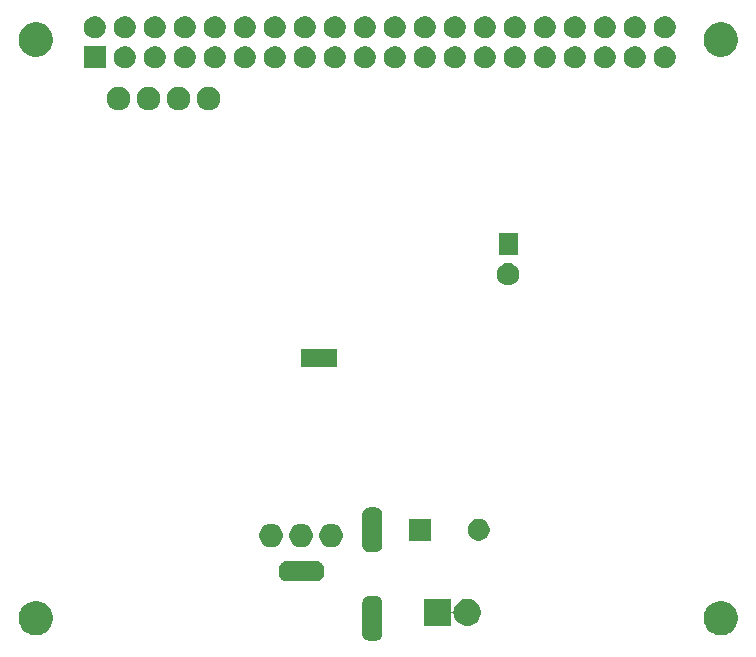
<source format=gbs>
G04 #@! TF.GenerationSoftware,KiCad,Pcbnew,(5.1.2-1)-1*
G04 #@! TF.CreationDate,2019-07-25T00:26:34-07:00*
G04 #@! TF.ProjectId,first_design,66697273-745f-4646-9573-69676e2e6b69,rev?*
G04 #@! TF.SameCoordinates,Original*
G04 #@! TF.FileFunction,Soldermask,Bot*
G04 #@! TF.FilePolarity,Negative*
%FSLAX46Y46*%
G04 Gerber Fmt 4.6, Leading zero omitted, Abs format (unit mm)*
G04 Created by KiCad (PCBNEW (5.1.2-1)-1) date 2019-07-25 00:26:34*
%MOMM*%
%LPD*%
G04 APERTURE LIST*
%ADD10C,0.100000*%
G04 APERTURE END LIST*
D10*
G36*
X32262199Y5399283D02*
G01*
X32274450Y5398681D01*
X32292869Y5398681D01*
X32324754Y5395541D01*
X32408839Y5378815D01*
X32439505Y5369513D01*
X32518703Y5336709D01*
X32546965Y5321602D01*
X32618256Y5273967D01*
X32643014Y5253648D01*
X32703648Y5193014D01*
X32723967Y5168256D01*
X32771602Y5096965D01*
X32786709Y5068703D01*
X32819513Y4989505D01*
X32828815Y4958839D01*
X32845541Y4874754D01*
X32848681Y4842869D01*
X32848681Y4824450D01*
X32849283Y4812199D01*
X32851089Y4793862D01*
X32851089Y4256137D01*
X32849229Y4237249D01*
X32849229Y4212745D01*
X32850000Y4208869D01*
X32850000Y2778443D01*
X32849229Y2762751D01*
X32851089Y2743863D01*
X32851089Y2206139D01*
X32849283Y2187801D01*
X32848681Y2175550D01*
X32848681Y2157131D01*
X32845541Y2125246D01*
X32828815Y2041161D01*
X32819513Y2010495D01*
X32786709Y1931297D01*
X32771602Y1903035D01*
X32723967Y1831744D01*
X32703648Y1806986D01*
X32643014Y1746352D01*
X32618256Y1726033D01*
X32546965Y1678398D01*
X32518703Y1663291D01*
X32439505Y1630487D01*
X32408839Y1621185D01*
X32324754Y1604459D01*
X32292869Y1601319D01*
X32274450Y1601319D01*
X32262199Y1600717D01*
X32243862Y1598911D01*
X31756138Y1598911D01*
X31737801Y1600717D01*
X31725550Y1601319D01*
X31707131Y1601319D01*
X31675246Y1604459D01*
X31591161Y1621185D01*
X31560495Y1630487D01*
X31481297Y1663291D01*
X31453035Y1678398D01*
X31381744Y1726033D01*
X31356986Y1746352D01*
X31296352Y1806986D01*
X31276033Y1831744D01*
X31228398Y1903035D01*
X31213291Y1931297D01*
X31180487Y2010495D01*
X31171185Y2041161D01*
X31154459Y2125246D01*
X31151319Y2157131D01*
X31151319Y2175550D01*
X31150717Y2187801D01*
X31148911Y2206139D01*
X31148911Y2743863D01*
X31150771Y2762751D01*
X31150771Y2787255D01*
X31150000Y2791131D01*
X31150000Y4221557D01*
X31150771Y4237249D01*
X31148911Y4256137D01*
X31148911Y4793862D01*
X31150717Y4812199D01*
X31151319Y4824450D01*
X31151319Y4842869D01*
X31154459Y4874754D01*
X31171185Y4958839D01*
X31180487Y4989505D01*
X31213291Y5068703D01*
X31228398Y5096965D01*
X31276033Y5168256D01*
X31296352Y5193014D01*
X31356986Y5253648D01*
X31381744Y5273967D01*
X31453035Y5321602D01*
X31481297Y5336709D01*
X31560495Y5369513D01*
X31591161Y5378815D01*
X31675246Y5395541D01*
X31707131Y5398681D01*
X31725550Y5398681D01*
X31737801Y5399283D01*
X31756139Y5401089D01*
X32243861Y5401089D01*
X32262199Y5399283D01*
X32262199Y5399283D01*
G37*
G36*
X61922948Y4894278D02*
G01*
X62150555Y4800000D01*
X62186833Y4784973D01*
X62424321Y4626289D01*
X62626289Y4424321D01*
X62761771Y4221557D01*
X62784974Y4186831D01*
X62894278Y3922948D01*
X62950000Y3642814D01*
X62950000Y3357186D01*
X62894278Y3077052D01*
X62784974Y2813169D01*
X62784973Y2813167D01*
X62626289Y2575679D01*
X62424321Y2373711D01*
X62186833Y2215027D01*
X62186832Y2215026D01*
X62186831Y2215026D01*
X61922948Y2105722D01*
X61642814Y2050000D01*
X61357186Y2050000D01*
X61077052Y2105722D01*
X60813169Y2215026D01*
X60813168Y2215026D01*
X60813167Y2215027D01*
X60575679Y2373711D01*
X60373711Y2575679D01*
X60215027Y2813167D01*
X60215026Y2813169D01*
X60105722Y3077052D01*
X60050000Y3357186D01*
X60050000Y3642814D01*
X60105722Y3922948D01*
X60215026Y4186831D01*
X60238229Y4221557D01*
X60373711Y4424321D01*
X60575679Y4626289D01*
X60813167Y4784973D01*
X60849445Y4800000D01*
X61077052Y4894278D01*
X61357186Y4950000D01*
X61642814Y4950000D01*
X61922948Y4894278D01*
X61922948Y4894278D01*
G37*
G36*
X3922948Y4894278D02*
G01*
X4150555Y4800000D01*
X4186833Y4784973D01*
X4424321Y4626289D01*
X4626289Y4424321D01*
X4761771Y4221557D01*
X4784974Y4186831D01*
X4894278Y3922948D01*
X4950000Y3642814D01*
X4950000Y3357186D01*
X4894278Y3077052D01*
X4784974Y2813169D01*
X4784973Y2813167D01*
X4626289Y2575679D01*
X4424321Y2373711D01*
X4186833Y2215027D01*
X4186832Y2215026D01*
X4186831Y2215026D01*
X3922948Y2105722D01*
X3642814Y2050000D01*
X3357186Y2050000D01*
X3077052Y2105722D01*
X2813169Y2215026D01*
X2813168Y2215026D01*
X2813167Y2215027D01*
X2575679Y2373711D01*
X2373711Y2575679D01*
X2215027Y2813167D01*
X2215026Y2813169D01*
X2105722Y3077052D01*
X2050000Y3357186D01*
X2050000Y3642814D01*
X2105722Y3922948D01*
X2215026Y4186831D01*
X2238229Y4221557D01*
X2373711Y4424321D01*
X2575679Y4626289D01*
X2813167Y4784973D01*
X2849445Y4800000D01*
X3077052Y4894278D01*
X3357186Y4950000D01*
X3642814Y4950000D01*
X3922948Y4894278D01*
X3922948Y4894278D01*
G37*
G36*
X38650000Y4175839D02*
G01*
X38652402Y4151453D01*
X38659515Y4128004D01*
X38671066Y4106393D01*
X38686611Y4087451D01*
X38705553Y4071906D01*
X38727164Y4060355D01*
X38750613Y4053242D01*
X38774999Y4050840D01*
X38799385Y4053242D01*
X38822834Y4060355D01*
X38844445Y4071906D01*
X38863387Y4087451D01*
X38878932Y4106393D01*
X38890483Y4128004D01*
X38897596Y4151453D01*
X38934194Y4335441D01*
X38934194Y4335443D01*
X39020884Y4544729D01*
X39146737Y4733082D01*
X39306918Y4893263D01*
X39495271Y5019116D01*
X39704557Y5105806D01*
X39852676Y5135269D01*
X39926734Y5150000D01*
X40153266Y5150000D01*
X40227324Y5135269D01*
X40375443Y5105806D01*
X40584729Y5019116D01*
X40773082Y4893263D01*
X40933263Y4733082D01*
X41059116Y4544729D01*
X41145806Y4335443D01*
X41190000Y4113265D01*
X41190000Y3886735D01*
X41145806Y3664557D01*
X41059116Y3455271D01*
X40933263Y3266918D01*
X40773082Y3106737D01*
X40584729Y2980884D01*
X40375443Y2894194D01*
X40227324Y2864731D01*
X40153266Y2850000D01*
X39926734Y2850000D01*
X39852676Y2864731D01*
X39704557Y2894194D01*
X39495271Y2980884D01*
X39306918Y3106737D01*
X39146737Y3266918D01*
X39020884Y3455271D01*
X38934194Y3664557D01*
X38897596Y3848547D01*
X38890483Y3871996D01*
X38878932Y3893607D01*
X38863386Y3912549D01*
X38844444Y3928094D01*
X38822834Y3939645D01*
X38799385Y3946758D01*
X38774999Y3949160D01*
X38750613Y3946758D01*
X38727164Y3939645D01*
X38705553Y3928094D01*
X38686611Y3912548D01*
X38671066Y3893606D01*
X38659515Y3871996D01*
X38652402Y3848547D01*
X38650000Y3824161D01*
X38650000Y2850000D01*
X36350000Y2850000D01*
X36350000Y5150000D01*
X38650000Y5150000D01*
X38650000Y4175839D01*
X38650000Y4175839D01*
G37*
G36*
X25262751Y8349229D02*
G01*
X25287255Y8349229D01*
X25291131Y8350000D01*
X26721557Y8350000D01*
X26737249Y8349229D01*
X26756137Y8351089D01*
X27293861Y8351089D01*
X27312199Y8349283D01*
X27324450Y8348681D01*
X27342869Y8348681D01*
X27374754Y8345541D01*
X27458839Y8328815D01*
X27489505Y8319513D01*
X27568703Y8286709D01*
X27596965Y8271602D01*
X27668256Y8223967D01*
X27693014Y8203648D01*
X27753648Y8143014D01*
X27773967Y8118256D01*
X27821602Y8046965D01*
X27836709Y8018703D01*
X27869513Y7939505D01*
X27878815Y7908839D01*
X27895541Y7824754D01*
X27898681Y7792869D01*
X27898681Y7774450D01*
X27899283Y7762199D01*
X27901089Y7743862D01*
X27901089Y7256139D01*
X27899283Y7237801D01*
X27898681Y7225550D01*
X27898681Y7207131D01*
X27895541Y7175246D01*
X27878815Y7091161D01*
X27869513Y7060495D01*
X27836709Y6981297D01*
X27821602Y6953035D01*
X27773967Y6881744D01*
X27753648Y6856986D01*
X27693014Y6796352D01*
X27668256Y6776033D01*
X27596965Y6728398D01*
X27568703Y6713291D01*
X27489505Y6680487D01*
X27458839Y6671185D01*
X27374754Y6654459D01*
X27342869Y6651319D01*
X27324450Y6651319D01*
X27312199Y6650717D01*
X27293862Y6648911D01*
X26756137Y6648911D01*
X26737249Y6650771D01*
X26712745Y6650771D01*
X26708869Y6650000D01*
X25278443Y6650000D01*
X25262751Y6650771D01*
X25243863Y6648911D01*
X24706138Y6648911D01*
X24687801Y6650717D01*
X24675550Y6651319D01*
X24657131Y6651319D01*
X24625246Y6654459D01*
X24541161Y6671185D01*
X24510495Y6680487D01*
X24431297Y6713291D01*
X24403035Y6728398D01*
X24331744Y6776033D01*
X24306986Y6796352D01*
X24246352Y6856986D01*
X24226033Y6881744D01*
X24178398Y6953035D01*
X24163291Y6981297D01*
X24130487Y7060495D01*
X24121185Y7091161D01*
X24104459Y7175246D01*
X24101319Y7207131D01*
X24101319Y7225550D01*
X24100717Y7237801D01*
X24098911Y7256139D01*
X24098911Y7743862D01*
X24100717Y7762199D01*
X24101319Y7774450D01*
X24101319Y7792869D01*
X24104459Y7824754D01*
X24121185Y7908839D01*
X24130487Y7939505D01*
X24163291Y8018703D01*
X24178398Y8046965D01*
X24226033Y8118256D01*
X24246352Y8143014D01*
X24306986Y8203648D01*
X24331744Y8223967D01*
X24403035Y8271602D01*
X24431297Y8286709D01*
X24510495Y8319513D01*
X24541161Y8328815D01*
X24625246Y8345541D01*
X24657131Y8348681D01*
X24675550Y8348681D01*
X24687801Y8349283D01*
X24706139Y8351089D01*
X25243863Y8351089D01*
X25262751Y8349229D01*
X25262751Y8349229D01*
G37*
G36*
X32262199Y12899283D02*
G01*
X32274450Y12898681D01*
X32292869Y12898681D01*
X32324754Y12895541D01*
X32408839Y12878815D01*
X32439505Y12869513D01*
X32518703Y12836709D01*
X32546965Y12821602D01*
X32618256Y12773967D01*
X32643014Y12753648D01*
X32703648Y12693014D01*
X32723967Y12668256D01*
X32771602Y12596965D01*
X32786709Y12568703D01*
X32819513Y12489505D01*
X32828815Y12458839D01*
X32845541Y12374754D01*
X32848681Y12342869D01*
X32848681Y12324450D01*
X32849283Y12312199D01*
X32851089Y12293862D01*
X32851089Y11756137D01*
X32849229Y11737249D01*
X32849229Y11712745D01*
X32850000Y11708869D01*
X32850000Y10278443D01*
X32849229Y10262751D01*
X32851089Y10243863D01*
X32851089Y9706139D01*
X32849283Y9687801D01*
X32848681Y9675550D01*
X32848681Y9657131D01*
X32845541Y9625246D01*
X32828815Y9541161D01*
X32819513Y9510495D01*
X32786709Y9431297D01*
X32771602Y9403035D01*
X32723967Y9331744D01*
X32703648Y9306986D01*
X32643014Y9246352D01*
X32618256Y9226033D01*
X32546965Y9178398D01*
X32518703Y9163291D01*
X32439505Y9130487D01*
X32408839Y9121185D01*
X32324754Y9104459D01*
X32292869Y9101319D01*
X32274450Y9101319D01*
X32262199Y9100717D01*
X32243862Y9098911D01*
X31756138Y9098911D01*
X31737801Y9100717D01*
X31725550Y9101319D01*
X31707131Y9101319D01*
X31675246Y9104459D01*
X31591161Y9121185D01*
X31560495Y9130487D01*
X31481297Y9163291D01*
X31453035Y9178398D01*
X31381744Y9226033D01*
X31356986Y9246352D01*
X31296352Y9306986D01*
X31276033Y9331744D01*
X31228398Y9403035D01*
X31213291Y9431297D01*
X31180487Y9510495D01*
X31171185Y9541161D01*
X31154459Y9625246D01*
X31151319Y9657131D01*
X31151319Y9675550D01*
X31150717Y9687801D01*
X31148911Y9706139D01*
X31148911Y10243863D01*
X31150771Y10262751D01*
X31150771Y10287255D01*
X31150000Y10291131D01*
X31150000Y11721557D01*
X31150771Y11737249D01*
X31148911Y11756137D01*
X31148911Y12293862D01*
X31150717Y12312199D01*
X31151319Y12324450D01*
X31151319Y12342869D01*
X31154459Y12374754D01*
X31171185Y12458839D01*
X31180487Y12489505D01*
X31213291Y12568703D01*
X31228398Y12596965D01*
X31276033Y12668256D01*
X31296352Y12693014D01*
X31356986Y12753648D01*
X31381744Y12773967D01*
X31453035Y12821602D01*
X31481297Y12836709D01*
X31560495Y12869513D01*
X31591161Y12878815D01*
X31675246Y12895541D01*
X31707131Y12898681D01*
X31725550Y12898681D01*
X31737801Y12899283D01*
X31756139Y12901089D01*
X32243861Y12901089D01*
X32262199Y12899283D01*
X32262199Y12899283D01*
G37*
G36*
X28727290Y11474381D02*
G01*
X28791689Y11461571D01*
X28973678Y11386189D01*
X29137463Y11276751D01*
X29276751Y11137463D01*
X29386189Y10973678D01*
X29461571Y10791689D01*
X29500000Y10598491D01*
X29500000Y10401509D01*
X29461571Y10208311D01*
X29386189Y10026322D01*
X29276751Y9862537D01*
X29137463Y9723249D01*
X28973678Y9613811D01*
X28791689Y9538429D01*
X28727290Y9525619D01*
X28598493Y9500000D01*
X28401507Y9500000D01*
X28272710Y9525619D01*
X28208311Y9538429D01*
X28026322Y9613811D01*
X27862537Y9723249D01*
X27723249Y9862537D01*
X27613811Y10026322D01*
X27538429Y10208311D01*
X27500000Y10401509D01*
X27500000Y10598491D01*
X27538429Y10791689D01*
X27613811Y10973678D01*
X27723249Y11137463D01*
X27862537Y11276751D01*
X28026322Y11386189D01*
X28208311Y11461571D01*
X28272710Y11474381D01*
X28401507Y11500000D01*
X28598493Y11500000D01*
X28727290Y11474381D01*
X28727290Y11474381D01*
G37*
G36*
X23647290Y11474381D02*
G01*
X23711689Y11461571D01*
X23893678Y11386189D01*
X24057463Y11276751D01*
X24196751Y11137463D01*
X24306189Y10973678D01*
X24381571Y10791689D01*
X24420000Y10598491D01*
X24420000Y10401509D01*
X24381571Y10208311D01*
X24306189Y10026322D01*
X24196751Y9862537D01*
X24057463Y9723249D01*
X23893678Y9613811D01*
X23711689Y9538429D01*
X23647290Y9525619D01*
X23518493Y9500000D01*
X23321507Y9500000D01*
X23192710Y9525619D01*
X23128311Y9538429D01*
X22946322Y9613811D01*
X22782537Y9723249D01*
X22643249Y9862537D01*
X22533811Y10026322D01*
X22458429Y10208311D01*
X22420000Y10401509D01*
X22420000Y10598491D01*
X22458429Y10791689D01*
X22533811Y10973678D01*
X22643249Y11137463D01*
X22782537Y11276751D01*
X22946322Y11386189D01*
X23128311Y11461571D01*
X23192710Y11474381D01*
X23321507Y11500000D01*
X23518493Y11500000D01*
X23647290Y11474381D01*
X23647290Y11474381D01*
G37*
G36*
X26187290Y11474381D02*
G01*
X26251689Y11461571D01*
X26433678Y11386189D01*
X26597463Y11276751D01*
X26736751Y11137463D01*
X26846189Y10973678D01*
X26921571Y10791689D01*
X26960000Y10598491D01*
X26960000Y10401509D01*
X26921571Y10208311D01*
X26846189Y10026322D01*
X26736751Y9862537D01*
X26597463Y9723249D01*
X26433678Y9613811D01*
X26251689Y9538429D01*
X26187290Y9525619D01*
X26058493Y9500000D01*
X25861507Y9500000D01*
X25732710Y9525619D01*
X25668311Y9538429D01*
X25486322Y9613811D01*
X25322537Y9723249D01*
X25183249Y9862537D01*
X25073811Y10026322D01*
X24998429Y10208311D01*
X24960000Y10401509D01*
X24960000Y10598491D01*
X24998429Y10791689D01*
X25073811Y10973678D01*
X25183249Y11137463D01*
X25322537Y11276751D01*
X25486322Y11386189D01*
X25668311Y11461571D01*
X25732710Y11474381D01*
X25861507Y11500000D01*
X26058493Y11500000D01*
X26187290Y11474381D01*
X26187290Y11474381D01*
G37*
G36*
X41150674Y11913151D02*
G01*
X41269813Y11889453D01*
X41438152Y11819725D01*
X41589653Y11718495D01*
X41718495Y11589653D01*
X41819725Y11438152D01*
X41889453Y11269813D01*
X41925000Y11091105D01*
X41925000Y10908895D01*
X41889453Y10730187D01*
X41819725Y10561848D01*
X41718495Y10410347D01*
X41589653Y10281505D01*
X41438152Y10180275D01*
X41269813Y10110547D01*
X41150674Y10086849D01*
X41091106Y10075000D01*
X40908894Y10075000D01*
X40849326Y10086849D01*
X40730187Y10110547D01*
X40561848Y10180275D01*
X40410347Y10281505D01*
X40281505Y10410347D01*
X40180275Y10561848D01*
X40110547Y10730187D01*
X40075000Y10908895D01*
X40075000Y11091105D01*
X40110547Y11269813D01*
X40180275Y11438152D01*
X40281505Y11589653D01*
X40410347Y11718495D01*
X40561848Y11819725D01*
X40730187Y11889453D01*
X40849326Y11913151D01*
X40908894Y11925000D01*
X41091106Y11925000D01*
X41150674Y11913151D01*
X41150674Y11913151D01*
G37*
G36*
X36925000Y10075000D02*
G01*
X35075000Y10075000D01*
X35075000Y11925000D01*
X36925000Y11925000D01*
X36925000Y10075000D01*
X36925000Y10075000D01*
G37*
G36*
X29024000Y24738000D02*
G01*
X25976000Y24738000D01*
X25976000Y26262000D01*
X29024000Y26262000D01*
X29024000Y24738000D01*
X29024000Y24738000D01*
G37*
G36*
X43685336Y33561746D02*
G01*
X43777105Y33543492D01*
X43949994Y33471879D01*
X44105590Y33367913D01*
X44237913Y33235590D01*
X44341879Y33079994D01*
X44413492Y32907105D01*
X44450000Y32723567D01*
X44450000Y32536433D01*
X44413492Y32352895D01*
X44341879Y32180006D01*
X44237913Y32024410D01*
X44105590Y31892087D01*
X43949994Y31788121D01*
X43777105Y31716508D01*
X43685336Y31698254D01*
X43593568Y31680000D01*
X43406432Y31680000D01*
X43314664Y31698254D01*
X43222895Y31716508D01*
X43050006Y31788121D01*
X42894410Y31892087D01*
X42762087Y32024410D01*
X42658121Y32180006D01*
X42586508Y32352895D01*
X42550000Y32536433D01*
X42550000Y32723567D01*
X42586508Y32907105D01*
X42658121Y33079994D01*
X42762087Y33235590D01*
X42894410Y33367913D01*
X43050006Y33471879D01*
X43222895Y33543492D01*
X43314664Y33561746D01*
X43406432Y33580000D01*
X43593568Y33580000D01*
X43685336Y33561746D01*
X43685336Y33561746D01*
G37*
G36*
X44315000Y34220000D02*
G01*
X42685000Y34220000D01*
X42685000Y36120000D01*
X44315000Y36120000D01*
X44315000Y34220000D01*
X44315000Y34220000D01*
G37*
G36*
X10727290Y48474381D02*
G01*
X10791689Y48461571D01*
X10973678Y48386189D01*
X11137463Y48276751D01*
X11276751Y48137463D01*
X11386189Y47973678D01*
X11461571Y47791689D01*
X11500000Y47598491D01*
X11500000Y47401509D01*
X11461571Y47208311D01*
X11386189Y47026322D01*
X11276751Y46862537D01*
X11137463Y46723249D01*
X10973678Y46613811D01*
X10791689Y46538429D01*
X10727290Y46525619D01*
X10598493Y46500000D01*
X10401507Y46500000D01*
X10272710Y46525619D01*
X10208311Y46538429D01*
X10026322Y46613811D01*
X9862537Y46723249D01*
X9723249Y46862537D01*
X9613811Y47026322D01*
X9538429Y47208311D01*
X9500000Y47401509D01*
X9500000Y47598491D01*
X9538429Y47791689D01*
X9613811Y47973678D01*
X9723249Y48137463D01*
X9862537Y48276751D01*
X10026322Y48386189D01*
X10208311Y48461571D01*
X10272710Y48474381D01*
X10401507Y48500000D01*
X10598493Y48500000D01*
X10727290Y48474381D01*
X10727290Y48474381D01*
G37*
G36*
X13267290Y48474381D02*
G01*
X13331689Y48461571D01*
X13513678Y48386189D01*
X13677463Y48276751D01*
X13816751Y48137463D01*
X13926189Y47973678D01*
X14001571Y47791689D01*
X14040000Y47598491D01*
X14040000Y47401509D01*
X14001571Y47208311D01*
X13926189Y47026322D01*
X13816751Y46862537D01*
X13677463Y46723249D01*
X13513678Y46613811D01*
X13331689Y46538429D01*
X13267290Y46525619D01*
X13138493Y46500000D01*
X12941507Y46500000D01*
X12812710Y46525619D01*
X12748311Y46538429D01*
X12566322Y46613811D01*
X12402537Y46723249D01*
X12263249Y46862537D01*
X12153811Y47026322D01*
X12078429Y47208311D01*
X12040000Y47401509D01*
X12040000Y47598491D01*
X12078429Y47791689D01*
X12153811Y47973678D01*
X12263249Y48137463D01*
X12402537Y48276751D01*
X12566322Y48386189D01*
X12748311Y48461571D01*
X12812710Y48474381D01*
X12941507Y48500000D01*
X13138493Y48500000D01*
X13267290Y48474381D01*
X13267290Y48474381D01*
G37*
G36*
X15807290Y48474381D02*
G01*
X15871689Y48461571D01*
X16053678Y48386189D01*
X16217463Y48276751D01*
X16356751Y48137463D01*
X16466189Y47973678D01*
X16541571Y47791689D01*
X16580000Y47598491D01*
X16580000Y47401509D01*
X16541571Y47208311D01*
X16466189Y47026322D01*
X16356751Y46862537D01*
X16217463Y46723249D01*
X16053678Y46613811D01*
X15871689Y46538429D01*
X15807290Y46525619D01*
X15678493Y46500000D01*
X15481507Y46500000D01*
X15352710Y46525619D01*
X15288311Y46538429D01*
X15106322Y46613811D01*
X14942537Y46723249D01*
X14803249Y46862537D01*
X14693811Y47026322D01*
X14618429Y47208311D01*
X14580000Y47401509D01*
X14580000Y47598491D01*
X14618429Y47791689D01*
X14693811Y47973678D01*
X14803249Y48137463D01*
X14942537Y48276751D01*
X15106322Y48386189D01*
X15288311Y48461571D01*
X15352710Y48474381D01*
X15481507Y48500000D01*
X15678493Y48500000D01*
X15807290Y48474381D01*
X15807290Y48474381D01*
G37*
G36*
X18347290Y48474381D02*
G01*
X18411689Y48461571D01*
X18593678Y48386189D01*
X18757463Y48276751D01*
X18896751Y48137463D01*
X19006189Y47973678D01*
X19081571Y47791689D01*
X19120000Y47598491D01*
X19120000Y47401509D01*
X19081571Y47208311D01*
X19006189Y47026322D01*
X18896751Y46862537D01*
X18757463Y46723249D01*
X18593678Y46613811D01*
X18411689Y46538429D01*
X18347290Y46525619D01*
X18218493Y46500000D01*
X18021507Y46500000D01*
X17892710Y46525619D01*
X17828311Y46538429D01*
X17646322Y46613811D01*
X17482537Y46723249D01*
X17343249Y46862537D01*
X17233811Y47026322D01*
X17158429Y47208311D01*
X17120000Y47401509D01*
X17120000Y47598491D01*
X17158429Y47791689D01*
X17233811Y47973678D01*
X17343249Y48137463D01*
X17482537Y48276751D01*
X17646322Y48386189D01*
X17828311Y48461571D01*
X17892710Y48474381D01*
X18021507Y48500000D01*
X18218493Y48500000D01*
X18347290Y48474381D01*
X18347290Y48474381D01*
G37*
G36*
X18797720Y51929186D02*
G01*
X18933663Y51902146D01*
X19104405Y51831422D01*
X19258068Y51728748D01*
X19388748Y51598068D01*
X19491422Y51444405D01*
X19562146Y51273663D01*
X19598200Y51092405D01*
X19598200Y50907595D01*
X19562146Y50726337D01*
X19491422Y50555595D01*
X19388748Y50401932D01*
X19258068Y50271252D01*
X19104405Y50168578D01*
X18933663Y50097854D01*
X18797720Y50070814D01*
X18752406Y50061800D01*
X18567594Y50061800D01*
X18522281Y50070813D01*
X18386337Y50097854D01*
X18215595Y50168578D01*
X18061932Y50271252D01*
X17931252Y50401932D01*
X17828578Y50555595D01*
X17757854Y50726337D01*
X17721800Y50907595D01*
X17721800Y51092405D01*
X17757854Y51273663D01*
X17828578Y51444405D01*
X17931252Y51598068D01*
X18061932Y51728748D01*
X18215595Y51831422D01*
X18386337Y51902146D01*
X18522280Y51929186D01*
X18567594Y51938200D01*
X18752406Y51938200D01*
X18797720Y51929186D01*
X18797720Y51929186D01*
G37*
G36*
X16257720Y51929186D02*
G01*
X16393663Y51902146D01*
X16564405Y51831422D01*
X16718068Y51728748D01*
X16848748Y51598068D01*
X16951422Y51444405D01*
X17022146Y51273663D01*
X17058200Y51092405D01*
X17058200Y50907595D01*
X17022146Y50726337D01*
X16951422Y50555595D01*
X16848748Y50401932D01*
X16718068Y50271252D01*
X16564405Y50168578D01*
X16393663Y50097854D01*
X16257720Y50070814D01*
X16212406Y50061800D01*
X16027594Y50061800D01*
X15982280Y50070814D01*
X15846337Y50097854D01*
X15675595Y50168578D01*
X15521932Y50271252D01*
X15391252Y50401932D01*
X15288578Y50555595D01*
X15217854Y50726337D01*
X15181800Y50907595D01*
X15181800Y51092405D01*
X15217854Y51273663D01*
X15288578Y51444405D01*
X15391252Y51598068D01*
X15521932Y51728748D01*
X15675595Y51831422D01*
X15846337Y51902146D01*
X15982280Y51929186D01*
X16027594Y51938200D01*
X16212406Y51938200D01*
X16257720Y51929186D01*
X16257720Y51929186D01*
G37*
G36*
X13717720Y51929186D02*
G01*
X13853663Y51902146D01*
X14024405Y51831422D01*
X14178068Y51728748D01*
X14308748Y51598068D01*
X14411422Y51444405D01*
X14482146Y51273663D01*
X14518200Y51092405D01*
X14518200Y50907595D01*
X14482146Y50726337D01*
X14411422Y50555595D01*
X14308748Y50401932D01*
X14178068Y50271252D01*
X14024405Y50168578D01*
X13853663Y50097854D01*
X13717720Y50070814D01*
X13672406Y50061800D01*
X13487594Y50061800D01*
X13442280Y50070814D01*
X13306337Y50097854D01*
X13135595Y50168578D01*
X12981932Y50271252D01*
X12851252Y50401932D01*
X12748578Y50555595D01*
X12677854Y50726337D01*
X12641800Y50907595D01*
X12641800Y51092405D01*
X12677854Y51273663D01*
X12748578Y51444405D01*
X12851252Y51598068D01*
X12981932Y51728748D01*
X13135595Y51831422D01*
X13306337Y51902146D01*
X13442280Y51929186D01*
X13487594Y51938200D01*
X13672406Y51938200D01*
X13717720Y51929186D01*
X13717720Y51929186D01*
G37*
G36*
X11177720Y51929186D02*
G01*
X11313663Y51902146D01*
X11484405Y51831422D01*
X11638068Y51728748D01*
X11768748Y51598068D01*
X11871422Y51444405D01*
X11942146Y51273663D01*
X11978200Y51092405D01*
X11978200Y50907595D01*
X11942146Y50726337D01*
X11871422Y50555595D01*
X11768748Y50401932D01*
X11638068Y50271252D01*
X11484405Y50168578D01*
X11313663Y50097854D01*
X11177720Y50070814D01*
X11132406Y50061800D01*
X10947594Y50061800D01*
X10902280Y50070814D01*
X10766337Y50097854D01*
X10595595Y50168578D01*
X10441932Y50271252D01*
X10311252Y50401932D01*
X10208578Y50555595D01*
X10137854Y50726337D01*
X10101800Y50907595D01*
X10101800Y51092405D01*
X10137854Y51273663D01*
X10208578Y51444405D01*
X10311252Y51598068D01*
X10441932Y51728748D01*
X10595595Y51831422D01*
X10766337Y51902146D01*
X10902280Y51929186D01*
X10947594Y51938200D01*
X11132406Y51938200D01*
X11177720Y51929186D01*
X11177720Y51929186D01*
G37*
G36*
X9438200Y50061800D02*
G01*
X7561800Y50061800D01*
X7561800Y51938200D01*
X9438200Y51938200D01*
X9438200Y50061800D01*
X9438200Y50061800D01*
G37*
G36*
X34037720Y51929186D02*
G01*
X34173663Y51902146D01*
X34344405Y51831422D01*
X34498068Y51728748D01*
X34628748Y51598068D01*
X34731422Y51444405D01*
X34802146Y51273663D01*
X34838200Y51092405D01*
X34838200Y50907595D01*
X34802146Y50726337D01*
X34731422Y50555595D01*
X34628748Y50401932D01*
X34498068Y50271252D01*
X34344405Y50168578D01*
X34173663Y50097854D01*
X34037720Y50070814D01*
X33992406Y50061800D01*
X33807594Y50061800D01*
X33762281Y50070813D01*
X33626337Y50097854D01*
X33455595Y50168578D01*
X33301932Y50271252D01*
X33171252Y50401932D01*
X33068578Y50555595D01*
X32997854Y50726337D01*
X32961800Y50907595D01*
X32961800Y51092405D01*
X32997854Y51273663D01*
X33068578Y51444405D01*
X33171252Y51598068D01*
X33301932Y51728748D01*
X33455595Y51831422D01*
X33626337Y51902146D01*
X33762280Y51929186D01*
X33807594Y51938200D01*
X33992406Y51938200D01*
X34037720Y51929186D01*
X34037720Y51929186D01*
G37*
G36*
X36577720Y51929186D02*
G01*
X36713663Y51902146D01*
X36884405Y51831422D01*
X37038068Y51728748D01*
X37168748Y51598068D01*
X37271422Y51444405D01*
X37342146Y51273663D01*
X37378200Y51092405D01*
X37378200Y50907595D01*
X37342146Y50726337D01*
X37271422Y50555595D01*
X37168748Y50401932D01*
X37038068Y50271252D01*
X36884405Y50168578D01*
X36713663Y50097854D01*
X36577720Y50070814D01*
X36532406Y50061800D01*
X36347594Y50061800D01*
X36302281Y50070813D01*
X36166337Y50097854D01*
X35995595Y50168578D01*
X35841932Y50271252D01*
X35711252Y50401932D01*
X35608578Y50555595D01*
X35537854Y50726337D01*
X35501800Y50907595D01*
X35501800Y51092405D01*
X35537854Y51273663D01*
X35608578Y51444405D01*
X35711252Y51598068D01*
X35841932Y51728748D01*
X35995595Y51831422D01*
X36166337Y51902146D01*
X36302280Y51929186D01*
X36347594Y51938200D01*
X36532406Y51938200D01*
X36577720Y51929186D01*
X36577720Y51929186D01*
G37*
G36*
X31497720Y51929186D02*
G01*
X31633663Y51902146D01*
X31804405Y51831422D01*
X31958068Y51728748D01*
X32088748Y51598068D01*
X32191422Y51444405D01*
X32262146Y51273663D01*
X32298200Y51092405D01*
X32298200Y50907595D01*
X32262146Y50726337D01*
X32191422Y50555595D01*
X32088748Y50401932D01*
X31958068Y50271252D01*
X31804405Y50168578D01*
X31633663Y50097854D01*
X31497720Y50070814D01*
X31452406Y50061800D01*
X31267594Y50061800D01*
X31222281Y50070813D01*
X31086337Y50097854D01*
X30915595Y50168578D01*
X30761932Y50271252D01*
X30631252Y50401932D01*
X30528578Y50555595D01*
X30457854Y50726337D01*
X30421800Y50907595D01*
X30421800Y51092405D01*
X30457854Y51273663D01*
X30528578Y51444405D01*
X30631252Y51598068D01*
X30761932Y51728748D01*
X30915595Y51831422D01*
X31086337Y51902146D01*
X31222280Y51929186D01*
X31267594Y51938200D01*
X31452406Y51938200D01*
X31497720Y51929186D01*
X31497720Y51929186D01*
G37*
G36*
X39117720Y51929186D02*
G01*
X39253663Y51902146D01*
X39424405Y51831422D01*
X39578068Y51728748D01*
X39708748Y51598068D01*
X39811422Y51444405D01*
X39882146Y51273663D01*
X39918200Y51092405D01*
X39918200Y50907595D01*
X39882146Y50726337D01*
X39811422Y50555595D01*
X39708748Y50401932D01*
X39578068Y50271252D01*
X39424405Y50168578D01*
X39253663Y50097854D01*
X39117720Y50070814D01*
X39072406Y50061800D01*
X38887594Y50061800D01*
X38842281Y50070813D01*
X38706337Y50097854D01*
X38535595Y50168578D01*
X38381932Y50271252D01*
X38251252Y50401932D01*
X38148578Y50555595D01*
X38077854Y50726337D01*
X38041800Y50907595D01*
X38041800Y51092405D01*
X38077854Y51273663D01*
X38148578Y51444405D01*
X38251252Y51598068D01*
X38381932Y51728748D01*
X38535595Y51831422D01*
X38706337Y51902146D01*
X38842280Y51929186D01*
X38887594Y51938200D01*
X39072406Y51938200D01*
X39117720Y51929186D01*
X39117720Y51929186D01*
G37*
G36*
X56897720Y51929186D02*
G01*
X57033663Y51902146D01*
X57204405Y51831422D01*
X57358068Y51728748D01*
X57488748Y51598068D01*
X57591422Y51444405D01*
X57662146Y51273663D01*
X57698200Y51092405D01*
X57698200Y50907595D01*
X57662146Y50726337D01*
X57591422Y50555595D01*
X57488748Y50401932D01*
X57358068Y50271252D01*
X57204405Y50168578D01*
X57033663Y50097854D01*
X56897720Y50070814D01*
X56852406Y50061800D01*
X56667594Y50061800D01*
X56622281Y50070813D01*
X56486337Y50097854D01*
X56315595Y50168578D01*
X56161932Y50271252D01*
X56031252Y50401932D01*
X55928578Y50555595D01*
X55857854Y50726337D01*
X55821800Y50907595D01*
X55821800Y51092405D01*
X55857854Y51273663D01*
X55928578Y51444405D01*
X56031252Y51598068D01*
X56161932Y51728748D01*
X56315595Y51831422D01*
X56486337Y51902146D01*
X56622280Y51929186D01*
X56667594Y51938200D01*
X56852406Y51938200D01*
X56897720Y51929186D01*
X56897720Y51929186D01*
G37*
G36*
X54357720Y51929186D02*
G01*
X54493663Y51902146D01*
X54664405Y51831422D01*
X54818068Y51728748D01*
X54948748Y51598068D01*
X55051422Y51444405D01*
X55122146Y51273663D01*
X55158200Y51092405D01*
X55158200Y50907595D01*
X55122146Y50726337D01*
X55051422Y50555595D01*
X54948748Y50401932D01*
X54818068Y50271252D01*
X54664405Y50168578D01*
X54493663Y50097854D01*
X54357720Y50070814D01*
X54312406Y50061800D01*
X54127594Y50061800D01*
X54082281Y50070813D01*
X53946337Y50097854D01*
X53775595Y50168578D01*
X53621932Y50271252D01*
X53491252Y50401932D01*
X53388578Y50555595D01*
X53317854Y50726337D01*
X53281800Y50907595D01*
X53281800Y51092405D01*
X53317854Y51273663D01*
X53388578Y51444405D01*
X53491252Y51598068D01*
X53621932Y51728748D01*
X53775595Y51831422D01*
X53946337Y51902146D01*
X54082280Y51929186D01*
X54127594Y51938200D01*
X54312406Y51938200D01*
X54357720Y51929186D01*
X54357720Y51929186D01*
G37*
G36*
X51817720Y51929186D02*
G01*
X51953663Y51902146D01*
X52124405Y51831422D01*
X52278068Y51728748D01*
X52408748Y51598068D01*
X52511422Y51444405D01*
X52582146Y51273663D01*
X52618200Y51092405D01*
X52618200Y50907595D01*
X52582146Y50726337D01*
X52511422Y50555595D01*
X52408748Y50401932D01*
X52278068Y50271252D01*
X52124405Y50168578D01*
X51953663Y50097854D01*
X51817720Y50070814D01*
X51772406Y50061800D01*
X51587594Y50061800D01*
X51542281Y50070813D01*
X51406337Y50097854D01*
X51235595Y50168578D01*
X51081932Y50271252D01*
X50951252Y50401932D01*
X50848578Y50555595D01*
X50777854Y50726337D01*
X50741800Y50907595D01*
X50741800Y51092405D01*
X50777854Y51273663D01*
X50848578Y51444405D01*
X50951252Y51598068D01*
X51081932Y51728748D01*
X51235595Y51831422D01*
X51406337Y51902146D01*
X51542280Y51929186D01*
X51587594Y51938200D01*
X51772406Y51938200D01*
X51817720Y51929186D01*
X51817720Y51929186D01*
G37*
G36*
X49277720Y51929186D02*
G01*
X49413663Y51902146D01*
X49584405Y51831422D01*
X49738068Y51728748D01*
X49868748Y51598068D01*
X49971422Y51444405D01*
X50042146Y51273663D01*
X50078200Y51092405D01*
X50078200Y50907595D01*
X50042146Y50726337D01*
X49971422Y50555595D01*
X49868748Y50401932D01*
X49738068Y50271252D01*
X49584405Y50168578D01*
X49413663Y50097854D01*
X49277720Y50070814D01*
X49232406Y50061800D01*
X49047594Y50061800D01*
X49002281Y50070813D01*
X48866337Y50097854D01*
X48695595Y50168578D01*
X48541932Y50271252D01*
X48411252Y50401932D01*
X48308578Y50555595D01*
X48237854Y50726337D01*
X48201800Y50907595D01*
X48201800Y51092405D01*
X48237854Y51273663D01*
X48308578Y51444405D01*
X48411252Y51598068D01*
X48541932Y51728748D01*
X48695595Y51831422D01*
X48866337Y51902146D01*
X49002280Y51929186D01*
X49047594Y51938200D01*
X49232406Y51938200D01*
X49277720Y51929186D01*
X49277720Y51929186D01*
G37*
G36*
X46737720Y51929186D02*
G01*
X46873663Y51902146D01*
X47044405Y51831422D01*
X47198068Y51728748D01*
X47328748Y51598068D01*
X47431422Y51444405D01*
X47502146Y51273663D01*
X47538200Y51092405D01*
X47538200Y50907595D01*
X47502146Y50726337D01*
X47431422Y50555595D01*
X47328748Y50401932D01*
X47198068Y50271252D01*
X47044405Y50168578D01*
X46873663Y50097854D01*
X46737720Y50070814D01*
X46692406Y50061800D01*
X46507594Y50061800D01*
X46462281Y50070813D01*
X46326337Y50097854D01*
X46155595Y50168578D01*
X46001932Y50271252D01*
X45871252Y50401932D01*
X45768578Y50555595D01*
X45697854Y50726337D01*
X45661800Y50907595D01*
X45661800Y51092405D01*
X45697854Y51273663D01*
X45768578Y51444405D01*
X45871252Y51598068D01*
X46001932Y51728748D01*
X46155595Y51831422D01*
X46326337Y51902146D01*
X46462280Y51929186D01*
X46507594Y51938200D01*
X46692406Y51938200D01*
X46737720Y51929186D01*
X46737720Y51929186D01*
G37*
G36*
X44197720Y51929186D02*
G01*
X44333663Y51902146D01*
X44504405Y51831422D01*
X44658068Y51728748D01*
X44788748Y51598068D01*
X44891422Y51444405D01*
X44962146Y51273663D01*
X44998200Y51092405D01*
X44998200Y50907595D01*
X44962146Y50726337D01*
X44891422Y50555595D01*
X44788748Y50401932D01*
X44658068Y50271252D01*
X44504405Y50168578D01*
X44333663Y50097854D01*
X44197720Y50070814D01*
X44152406Y50061800D01*
X43967594Y50061800D01*
X43922281Y50070813D01*
X43786337Y50097854D01*
X43615595Y50168578D01*
X43461932Y50271252D01*
X43331252Y50401932D01*
X43228578Y50555595D01*
X43157854Y50726337D01*
X43121800Y50907595D01*
X43121800Y51092405D01*
X43157854Y51273663D01*
X43228578Y51444405D01*
X43331252Y51598068D01*
X43461932Y51728748D01*
X43615595Y51831422D01*
X43786337Y51902146D01*
X43922280Y51929186D01*
X43967594Y51938200D01*
X44152406Y51938200D01*
X44197720Y51929186D01*
X44197720Y51929186D01*
G37*
G36*
X41657720Y51929186D02*
G01*
X41793663Y51902146D01*
X41964405Y51831422D01*
X42118068Y51728748D01*
X42248748Y51598068D01*
X42351422Y51444405D01*
X42422146Y51273663D01*
X42458200Y51092405D01*
X42458200Y50907595D01*
X42422146Y50726337D01*
X42351422Y50555595D01*
X42248748Y50401932D01*
X42118068Y50271252D01*
X41964405Y50168578D01*
X41793663Y50097854D01*
X41657720Y50070814D01*
X41612406Y50061800D01*
X41427594Y50061800D01*
X41382281Y50070813D01*
X41246337Y50097854D01*
X41075595Y50168578D01*
X40921932Y50271252D01*
X40791252Y50401932D01*
X40688578Y50555595D01*
X40617854Y50726337D01*
X40581800Y50907595D01*
X40581800Y51092405D01*
X40617854Y51273663D01*
X40688578Y51444405D01*
X40791252Y51598068D01*
X40921932Y51728748D01*
X41075595Y51831422D01*
X41246337Y51902146D01*
X41382280Y51929186D01*
X41427594Y51938200D01*
X41612406Y51938200D01*
X41657720Y51929186D01*
X41657720Y51929186D01*
G37*
G36*
X21337720Y51929186D02*
G01*
X21473663Y51902146D01*
X21644405Y51831422D01*
X21798068Y51728748D01*
X21928748Y51598068D01*
X22031422Y51444405D01*
X22102146Y51273663D01*
X22138200Y51092405D01*
X22138200Y50907595D01*
X22102146Y50726337D01*
X22031422Y50555595D01*
X21928748Y50401932D01*
X21798068Y50271252D01*
X21644405Y50168578D01*
X21473663Y50097854D01*
X21337720Y50070814D01*
X21292406Y50061800D01*
X21107594Y50061800D01*
X21062281Y50070813D01*
X20926337Y50097854D01*
X20755595Y50168578D01*
X20601932Y50271252D01*
X20471252Y50401932D01*
X20368578Y50555595D01*
X20297854Y50726337D01*
X20261800Y50907595D01*
X20261800Y51092405D01*
X20297854Y51273663D01*
X20368578Y51444405D01*
X20471252Y51598068D01*
X20601932Y51728748D01*
X20755595Y51831422D01*
X20926337Y51902146D01*
X21062280Y51929186D01*
X21107594Y51938200D01*
X21292406Y51938200D01*
X21337720Y51929186D01*
X21337720Y51929186D01*
G37*
G36*
X23877720Y51929186D02*
G01*
X24013663Y51902146D01*
X24184405Y51831422D01*
X24338068Y51728748D01*
X24468748Y51598068D01*
X24571422Y51444405D01*
X24642146Y51273663D01*
X24678200Y51092405D01*
X24678200Y50907595D01*
X24642146Y50726337D01*
X24571422Y50555595D01*
X24468748Y50401932D01*
X24338068Y50271252D01*
X24184405Y50168578D01*
X24013663Y50097854D01*
X23877720Y50070814D01*
X23832406Y50061800D01*
X23647594Y50061800D01*
X23602281Y50070813D01*
X23466337Y50097854D01*
X23295595Y50168578D01*
X23141932Y50271252D01*
X23011252Y50401932D01*
X22908578Y50555595D01*
X22837854Y50726337D01*
X22801800Y50907595D01*
X22801800Y51092405D01*
X22837854Y51273663D01*
X22908578Y51444405D01*
X23011252Y51598068D01*
X23141932Y51728748D01*
X23295595Y51831422D01*
X23466337Y51902146D01*
X23602280Y51929186D01*
X23647594Y51938200D01*
X23832406Y51938200D01*
X23877720Y51929186D01*
X23877720Y51929186D01*
G37*
G36*
X26417720Y51929186D02*
G01*
X26553663Y51902146D01*
X26724405Y51831422D01*
X26878068Y51728748D01*
X27008748Y51598068D01*
X27111422Y51444405D01*
X27182146Y51273663D01*
X27218200Y51092405D01*
X27218200Y50907595D01*
X27182146Y50726337D01*
X27111422Y50555595D01*
X27008748Y50401932D01*
X26878068Y50271252D01*
X26724405Y50168578D01*
X26553663Y50097854D01*
X26417720Y50070814D01*
X26372406Y50061800D01*
X26187594Y50061800D01*
X26142281Y50070813D01*
X26006337Y50097854D01*
X25835595Y50168578D01*
X25681932Y50271252D01*
X25551252Y50401932D01*
X25448578Y50555595D01*
X25377854Y50726337D01*
X25341800Y50907595D01*
X25341800Y51092405D01*
X25377854Y51273663D01*
X25448578Y51444405D01*
X25551252Y51598068D01*
X25681932Y51728748D01*
X25835595Y51831422D01*
X26006337Y51902146D01*
X26142280Y51929186D01*
X26187594Y51938200D01*
X26372406Y51938200D01*
X26417720Y51929186D01*
X26417720Y51929186D01*
G37*
G36*
X28957720Y51929186D02*
G01*
X29093663Y51902146D01*
X29264405Y51831422D01*
X29418068Y51728748D01*
X29548748Y51598068D01*
X29651422Y51444405D01*
X29722146Y51273663D01*
X29758200Y51092405D01*
X29758200Y50907595D01*
X29722146Y50726337D01*
X29651422Y50555595D01*
X29548748Y50401932D01*
X29418068Y50271252D01*
X29264405Y50168578D01*
X29093663Y50097854D01*
X28957720Y50070814D01*
X28912406Y50061800D01*
X28727594Y50061800D01*
X28682281Y50070813D01*
X28546337Y50097854D01*
X28375595Y50168578D01*
X28221932Y50271252D01*
X28091252Y50401932D01*
X27988578Y50555595D01*
X27917854Y50726337D01*
X27881800Y50907595D01*
X27881800Y51092405D01*
X27917854Y51273663D01*
X27988578Y51444405D01*
X28091252Y51598068D01*
X28221932Y51728748D01*
X28375595Y51831422D01*
X28546337Y51902146D01*
X28682280Y51929186D01*
X28727594Y51938200D01*
X28912406Y51938200D01*
X28957720Y51929186D01*
X28957720Y51929186D01*
G37*
G36*
X61922948Y53894278D02*
G01*
X62186831Y53784974D01*
X62186833Y53784973D01*
X62424321Y53626289D01*
X62626289Y53424321D01*
X62731848Y53266340D01*
X62784974Y53186831D01*
X62894278Y52922948D01*
X62950000Y52642814D01*
X62950000Y52357186D01*
X62894278Y52077052D01*
X62792534Y51831420D01*
X62784973Y51813167D01*
X62626289Y51575679D01*
X62424321Y51373711D01*
X62186833Y51215027D01*
X62186832Y51215026D01*
X62186831Y51215026D01*
X61922948Y51105722D01*
X61642814Y51050000D01*
X61357186Y51050000D01*
X61077052Y51105722D01*
X60813169Y51215026D01*
X60813168Y51215026D01*
X60813167Y51215027D01*
X60575679Y51373711D01*
X60373711Y51575679D01*
X60215027Y51813167D01*
X60207466Y51831420D01*
X60105722Y52077052D01*
X60050000Y52357186D01*
X60050000Y52642814D01*
X60105722Y52922948D01*
X60215026Y53186831D01*
X60268152Y53266340D01*
X60373711Y53424321D01*
X60575679Y53626289D01*
X60813167Y53784973D01*
X60813169Y53784974D01*
X61077052Y53894278D01*
X61357186Y53950000D01*
X61642814Y53950000D01*
X61922948Y53894278D01*
X61922948Y53894278D01*
G37*
G36*
X3922948Y53894278D02*
G01*
X4186831Y53784974D01*
X4186833Y53784973D01*
X4424321Y53626289D01*
X4626289Y53424321D01*
X4731848Y53266340D01*
X4784974Y53186831D01*
X4894278Y52922948D01*
X4950000Y52642814D01*
X4950000Y52357186D01*
X4894278Y52077052D01*
X4792534Y51831420D01*
X4784973Y51813167D01*
X4626289Y51575679D01*
X4424321Y51373711D01*
X4186833Y51215027D01*
X4186832Y51215026D01*
X4186831Y51215026D01*
X3922948Y51105722D01*
X3642814Y51050000D01*
X3357186Y51050000D01*
X3077052Y51105722D01*
X2813169Y51215026D01*
X2813168Y51215026D01*
X2813167Y51215027D01*
X2575679Y51373711D01*
X2373711Y51575679D01*
X2215027Y51813167D01*
X2207466Y51831420D01*
X2105722Y52077052D01*
X2050000Y52357186D01*
X2050000Y52642814D01*
X2105722Y52922948D01*
X2215026Y53186831D01*
X2268152Y53266340D01*
X2373711Y53424321D01*
X2575679Y53626289D01*
X2813167Y53784973D01*
X2813169Y53784974D01*
X3077052Y53894278D01*
X3357186Y53950000D01*
X3642814Y53950000D01*
X3922948Y53894278D01*
X3922948Y53894278D01*
G37*
G36*
X34037719Y54469187D02*
G01*
X34173663Y54442146D01*
X34344405Y54371422D01*
X34498068Y54268748D01*
X34628748Y54138068D01*
X34731422Y53984405D01*
X34802146Y53813663D01*
X34838200Y53632405D01*
X34838200Y53447595D01*
X34802146Y53266337D01*
X34731422Y53095595D01*
X34628748Y52941932D01*
X34498068Y52811252D01*
X34344405Y52708578D01*
X34173663Y52637854D01*
X34037720Y52610814D01*
X33992406Y52601800D01*
X33807594Y52601800D01*
X33762281Y52610813D01*
X33626337Y52637854D01*
X33455595Y52708578D01*
X33301932Y52811252D01*
X33171252Y52941932D01*
X33068578Y53095595D01*
X32997854Y53266337D01*
X32961800Y53447595D01*
X32961800Y53632405D01*
X32997854Y53813663D01*
X33068578Y53984405D01*
X33171252Y54138068D01*
X33301932Y54268748D01*
X33455595Y54371422D01*
X33626337Y54442146D01*
X33762281Y54469187D01*
X33807594Y54478200D01*
X33992406Y54478200D01*
X34037719Y54469187D01*
X34037719Y54469187D01*
G37*
G36*
X31497719Y54469187D02*
G01*
X31633663Y54442146D01*
X31804405Y54371422D01*
X31958068Y54268748D01*
X32088748Y54138068D01*
X32191422Y53984405D01*
X32262146Y53813663D01*
X32298200Y53632405D01*
X32298200Y53447595D01*
X32262146Y53266337D01*
X32191422Y53095595D01*
X32088748Y52941932D01*
X31958068Y52811252D01*
X31804405Y52708578D01*
X31633663Y52637854D01*
X31497720Y52610814D01*
X31452406Y52601800D01*
X31267594Y52601800D01*
X31222281Y52610813D01*
X31086337Y52637854D01*
X30915595Y52708578D01*
X30761932Y52811252D01*
X30631252Y52941932D01*
X30528578Y53095595D01*
X30457854Y53266337D01*
X30421800Y53447595D01*
X30421800Y53632405D01*
X30457854Y53813663D01*
X30528578Y53984405D01*
X30631252Y54138068D01*
X30761932Y54268748D01*
X30915595Y54371422D01*
X31086337Y54442146D01*
X31222281Y54469187D01*
X31267594Y54478200D01*
X31452406Y54478200D01*
X31497719Y54469187D01*
X31497719Y54469187D01*
G37*
G36*
X36577719Y54469187D02*
G01*
X36713663Y54442146D01*
X36884405Y54371422D01*
X37038068Y54268748D01*
X37168748Y54138068D01*
X37271422Y53984405D01*
X37342146Y53813663D01*
X37378200Y53632405D01*
X37378200Y53447595D01*
X37342146Y53266337D01*
X37271422Y53095595D01*
X37168748Y52941932D01*
X37038068Y52811252D01*
X36884405Y52708578D01*
X36713663Y52637854D01*
X36577720Y52610814D01*
X36532406Y52601800D01*
X36347594Y52601800D01*
X36302281Y52610813D01*
X36166337Y52637854D01*
X35995595Y52708578D01*
X35841932Y52811252D01*
X35711252Y52941932D01*
X35608578Y53095595D01*
X35537854Y53266337D01*
X35501800Y53447595D01*
X35501800Y53632405D01*
X35537854Y53813663D01*
X35608578Y53984405D01*
X35711252Y54138068D01*
X35841932Y54268748D01*
X35995595Y54371422D01*
X36166337Y54442146D01*
X36302281Y54469187D01*
X36347594Y54478200D01*
X36532406Y54478200D01*
X36577719Y54469187D01*
X36577719Y54469187D01*
G37*
G36*
X28957719Y54469187D02*
G01*
X29093663Y54442146D01*
X29264405Y54371422D01*
X29418068Y54268748D01*
X29548748Y54138068D01*
X29651422Y53984405D01*
X29722146Y53813663D01*
X29758200Y53632405D01*
X29758200Y53447595D01*
X29722146Y53266337D01*
X29651422Y53095595D01*
X29548748Y52941932D01*
X29418068Y52811252D01*
X29264405Y52708578D01*
X29093663Y52637854D01*
X28957720Y52610814D01*
X28912406Y52601800D01*
X28727594Y52601800D01*
X28682281Y52610813D01*
X28546337Y52637854D01*
X28375595Y52708578D01*
X28221932Y52811252D01*
X28091252Y52941932D01*
X27988578Y53095595D01*
X27917854Y53266337D01*
X27881800Y53447595D01*
X27881800Y53632405D01*
X27917854Y53813663D01*
X27988578Y53984405D01*
X28091252Y54138068D01*
X28221932Y54268748D01*
X28375595Y54371422D01*
X28546337Y54442146D01*
X28682281Y54469187D01*
X28727594Y54478200D01*
X28912406Y54478200D01*
X28957719Y54469187D01*
X28957719Y54469187D01*
G37*
G36*
X39117719Y54469187D02*
G01*
X39253663Y54442146D01*
X39424405Y54371422D01*
X39578068Y54268748D01*
X39708748Y54138068D01*
X39811422Y53984405D01*
X39882146Y53813663D01*
X39918200Y53632405D01*
X39918200Y53447595D01*
X39882146Y53266337D01*
X39811422Y53095595D01*
X39708748Y52941932D01*
X39578068Y52811252D01*
X39424405Y52708578D01*
X39253663Y52637854D01*
X39117720Y52610814D01*
X39072406Y52601800D01*
X38887594Y52601800D01*
X38842281Y52610813D01*
X38706337Y52637854D01*
X38535595Y52708578D01*
X38381932Y52811252D01*
X38251252Y52941932D01*
X38148578Y53095595D01*
X38077854Y53266337D01*
X38041800Y53447595D01*
X38041800Y53632405D01*
X38077854Y53813663D01*
X38148578Y53984405D01*
X38251252Y54138068D01*
X38381932Y54268748D01*
X38535595Y54371422D01*
X38706337Y54442146D01*
X38842281Y54469187D01*
X38887594Y54478200D01*
X39072406Y54478200D01*
X39117719Y54469187D01*
X39117719Y54469187D01*
G37*
G36*
X26417719Y54469187D02*
G01*
X26553663Y54442146D01*
X26724405Y54371422D01*
X26878068Y54268748D01*
X27008748Y54138068D01*
X27111422Y53984405D01*
X27182146Y53813663D01*
X27218200Y53632405D01*
X27218200Y53447595D01*
X27182146Y53266337D01*
X27111422Y53095595D01*
X27008748Y52941932D01*
X26878068Y52811252D01*
X26724405Y52708578D01*
X26553663Y52637854D01*
X26417720Y52610814D01*
X26372406Y52601800D01*
X26187594Y52601800D01*
X26142281Y52610813D01*
X26006337Y52637854D01*
X25835595Y52708578D01*
X25681932Y52811252D01*
X25551252Y52941932D01*
X25448578Y53095595D01*
X25377854Y53266337D01*
X25341800Y53447595D01*
X25341800Y53632405D01*
X25377854Y53813663D01*
X25448578Y53984405D01*
X25551252Y54138068D01*
X25681932Y54268748D01*
X25835595Y54371422D01*
X26006337Y54442146D01*
X26142281Y54469187D01*
X26187594Y54478200D01*
X26372406Y54478200D01*
X26417719Y54469187D01*
X26417719Y54469187D01*
G37*
G36*
X41657719Y54469187D02*
G01*
X41793663Y54442146D01*
X41964405Y54371422D01*
X42118068Y54268748D01*
X42248748Y54138068D01*
X42351422Y53984405D01*
X42422146Y53813663D01*
X42458200Y53632405D01*
X42458200Y53447595D01*
X42422146Y53266337D01*
X42351422Y53095595D01*
X42248748Y52941932D01*
X42118068Y52811252D01*
X41964405Y52708578D01*
X41793663Y52637854D01*
X41657720Y52610814D01*
X41612406Y52601800D01*
X41427594Y52601800D01*
X41382281Y52610813D01*
X41246337Y52637854D01*
X41075595Y52708578D01*
X40921932Y52811252D01*
X40791252Y52941932D01*
X40688578Y53095595D01*
X40617854Y53266337D01*
X40581800Y53447595D01*
X40581800Y53632405D01*
X40617854Y53813663D01*
X40688578Y53984405D01*
X40791252Y54138068D01*
X40921932Y54268748D01*
X41075595Y54371422D01*
X41246337Y54442146D01*
X41382281Y54469187D01*
X41427594Y54478200D01*
X41612406Y54478200D01*
X41657719Y54469187D01*
X41657719Y54469187D01*
G37*
G36*
X46737719Y54469187D02*
G01*
X46873663Y54442146D01*
X47044405Y54371422D01*
X47198068Y54268748D01*
X47328748Y54138068D01*
X47431422Y53984405D01*
X47502146Y53813663D01*
X47538200Y53632405D01*
X47538200Y53447595D01*
X47502146Y53266337D01*
X47431422Y53095595D01*
X47328748Y52941932D01*
X47198068Y52811252D01*
X47044405Y52708578D01*
X46873663Y52637854D01*
X46737720Y52610814D01*
X46692406Y52601800D01*
X46507594Y52601800D01*
X46462281Y52610813D01*
X46326337Y52637854D01*
X46155595Y52708578D01*
X46001932Y52811252D01*
X45871252Y52941932D01*
X45768578Y53095595D01*
X45697854Y53266337D01*
X45661800Y53447595D01*
X45661800Y53632405D01*
X45697854Y53813663D01*
X45768578Y53984405D01*
X45871252Y54138068D01*
X46001932Y54268748D01*
X46155595Y54371422D01*
X46326337Y54442146D01*
X46462281Y54469187D01*
X46507594Y54478200D01*
X46692406Y54478200D01*
X46737719Y54469187D01*
X46737719Y54469187D01*
G37*
G36*
X44197719Y54469187D02*
G01*
X44333663Y54442146D01*
X44504405Y54371422D01*
X44658068Y54268748D01*
X44788748Y54138068D01*
X44891422Y53984405D01*
X44962146Y53813663D01*
X44998200Y53632405D01*
X44998200Y53447595D01*
X44962146Y53266337D01*
X44891422Y53095595D01*
X44788748Y52941932D01*
X44658068Y52811252D01*
X44504405Y52708578D01*
X44333663Y52637854D01*
X44197720Y52610814D01*
X44152406Y52601800D01*
X43967594Y52601800D01*
X43922281Y52610813D01*
X43786337Y52637854D01*
X43615595Y52708578D01*
X43461932Y52811252D01*
X43331252Y52941932D01*
X43228578Y53095595D01*
X43157854Y53266337D01*
X43121800Y53447595D01*
X43121800Y53632405D01*
X43157854Y53813663D01*
X43228578Y53984405D01*
X43331252Y54138068D01*
X43461932Y54268748D01*
X43615595Y54371422D01*
X43786337Y54442146D01*
X43922281Y54469187D01*
X43967594Y54478200D01*
X44152406Y54478200D01*
X44197719Y54469187D01*
X44197719Y54469187D01*
G37*
G36*
X21337719Y54469187D02*
G01*
X21473663Y54442146D01*
X21644405Y54371422D01*
X21798068Y54268748D01*
X21928748Y54138068D01*
X22031422Y53984405D01*
X22102146Y53813663D01*
X22138200Y53632405D01*
X22138200Y53447595D01*
X22102146Y53266337D01*
X22031422Y53095595D01*
X21928748Y52941932D01*
X21798068Y52811252D01*
X21644405Y52708578D01*
X21473663Y52637854D01*
X21337720Y52610814D01*
X21292406Y52601800D01*
X21107594Y52601800D01*
X21062281Y52610813D01*
X20926337Y52637854D01*
X20755595Y52708578D01*
X20601932Y52811252D01*
X20471252Y52941932D01*
X20368578Y53095595D01*
X20297854Y53266337D01*
X20261800Y53447595D01*
X20261800Y53632405D01*
X20297854Y53813663D01*
X20368578Y53984405D01*
X20471252Y54138068D01*
X20601932Y54268748D01*
X20755595Y54371422D01*
X20926337Y54442146D01*
X21062281Y54469187D01*
X21107594Y54478200D01*
X21292406Y54478200D01*
X21337719Y54469187D01*
X21337719Y54469187D01*
G37*
G36*
X18797719Y54469187D02*
G01*
X18933663Y54442146D01*
X19104405Y54371422D01*
X19258068Y54268748D01*
X19388748Y54138068D01*
X19491422Y53984405D01*
X19562146Y53813663D01*
X19598200Y53632405D01*
X19598200Y53447595D01*
X19562146Y53266337D01*
X19491422Y53095595D01*
X19388748Y52941932D01*
X19258068Y52811252D01*
X19104405Y52708578D01*
X18933663Y52637854D01*
X18797720Y52610814D01*
X18752406Y52601800D01*
X18567594Y52601800D01*
X18522281Y52610813D01*
X18386337Y52637854D01*
X18215595Y52708578D01*
X18061932Y52811252D01*
X17931252Y52941932D01*
X17828578Y53095595D01*
X17757854Y53266337D01*
X17721800Y53447595D01*
X17721800Y53632405D01*
X17757854Y53813663D01*
X17828578Y53984405D01*
X17931252Y54138068D01*
X18061932Y54268748D01*
X18215595Y54371422D01*
X18386337Y54442146D01*
X18522281Y54469187D01*
X18567594Y54478200D01*
X18752406Y54478200D01*
X18797719Y54469187D01*
X18797719Y54469187D01*
G37*
G36*
X49277719Y54469187D02*
G01*
X49413663Y54442146D01*
X49584405Y54371422D01*
X49738068Y54268748D01*
X49868748Y54138068D01*
X49971422Y53984405D01*
X50042146Y53813663D01*
X50078200Y53632405D01*
X50078200Y53447595D01*
X50042146Y53266337D01*
X49971422Y53095595D01*
X49868748Y52941932D01*
X49738068Y52811252D01*
X49584405Y52708578D01*
X49413663Y52637854D01*
X49277720Y52610814D01*
X49232406Y52601800D01*
X49047594Y52601800D01*
X49002281Y52610813D01*
X48866337Y52637854D01*
X48695595Y52708578D01*
X48541932Y52811252D01*
X48411252Y52941932D01*
X48308578Y53095595D01*
X48237854Y53266337D01*
X48201800Y53447595D01*
X48201800Y53632405D01*
X48237854Y53813663D01*
X48308578Y53984405D01*
X48411252Y54138068D01*
X48541932Y54268748D01*
X48695595Y54371422D01*
X48866337Y54442146D01*
X49002281Y54469187D01*
X49047594Y54478200D01*
X49232406Y54478200D01*
X49277719Y54469187D01*
X49277719Y54469187D01*
G37*
G36*
X16257719Y54469187D02*
G01*
X16393663Y54442146D01*
X16564405Y54371422D01*
X16718068Y54268748D01*
X16848748Y54138068D01*
X16951422Y53984405D01*
X17022146Y53813663D01*
X17058200Y53632405D01*
X17058200Y53447595D01*
X17022146Y53266337D01*
X16951422Y53095595D01*
X16848748Y52941932D01*
X16718068Y52811252D01*
X16564405Y52708578D01*
X16393663Y52637854D01*
X16257720Y52610814D01*
X16212406Y52601800D01*
X16027594Y52601800D01*
X15982281Y52610813D01*
X15846337Y52637854D01*
X15675595Y52708578D01*
X15521932Y52811252D01*
X15391252Y52941932D01*
X15288578Y53095595D01*
X15217854Y53266337D01*
X15181800Y53447595D01*
X15181800Y53632405D01*
X15217854Y53813663D01*
X15288578Y53984405D01*
X15391252Y54138068D01*
X15521932Y54268748D01*
X15675595Y54371422D01*
X15846337Y54442146D01*
X15982281Y54469187D01*
X16027594Y54478200D01*
X16212406Y54478200D01*
X16257719Y54469187D01*
X16257719Y54469187D01*
G37*
G36*
X51817719Y54469187D02*
G01*
X51953663Y54442146D01*
X52124405Y54371422D01*
X52278068Y54268748D01*
X52408748Y54138068D01*
X52511422Y53984405D01*
X52582146Y53813663D01*
X52618200Y53632405D01*
X52618200Y53447595D01*
X52582146Y53266337D01*
X52511422Y53095595D01*
X52408748Y52941932D01*
X52278068Y52811252D01*
X52124405Y52708578D01*
X51953663Y52637854D01*
X51817720Y52610814D01*
X51772406Y52601800D01*
X51587594Y52601800D01*
X51542281Y52610813D01*
X51406337Y52637854D01*
X51235595Y52708578D01*
X51081932Y52811252D01*
X50951252Y52941932D01*
X50848578Y53095595D01*
X50777854Y53266337D01*
X50741800Y53447595D01*
X50741800Y53632405D01*
X50777854Y53813663D01*
X50848578Y53984405D01*
X50951252Y54138068D01*
X51081932Y54268748D01*
X51235595Y54371422D01*
X51406337Y54442146D01*
X51542281Y54469187D01*
X51587594Y54478200D01*
X51772406Y54478200D01*
X51817719Y54469187D01*
X51817719Y54469187D01*
G37*
G36*
X13717719Y54469187D02*
G01*
X13853663Y54442146D01*
X14024405Y54371422D01*
X14178068Y54268748D01*
X14308748Y54138068D01*
X14411422Y53984405D01*
X14482146Y53813663D01*
X14518200Y53632405D01*
X14518200Y53447595D01*
X14482146Y53266337D01*
X14411422Y53095595D01*
X14308748Y52941932D01*
X14178068Y52811252D01*
X14024405Y52708578D01*
X13853663Y52637854D01*
X13717720Y52610814D01*
X13672406Y52601800D01*
X13487594Y52601800D01*
X13442281Y52610813D01*
X13306337Y52637854D01*
X13135595Y52708578D01*
X12981932Y52811252D01*
X12851252Y52941932D01*
X12748578Y53095595D01*
X12677854Y53266337D01*
X12641800Y53447595D01*
X12641800Y53632405D01*
X12677854Y53813663D01*
X12748578Y53984405D01*
X12851252Y54138068D01*
X12981932Y54268748D01*
X13135595Y54371422D01*
X13306337Y54442146D01*
X13442281Y54469187D01*
X13487594Y54478200D01*
X13672406Y54478200D01*
X13717719Y54469187D01*
X13717719Y54469187D01*
G37*
G36*
X54357719Y54469187D02*
G01*
X54493663Y54442146D01*
X54664405Y54371422D01*
X54818068Y54268748D01*
X54948748Y54138068D01*
X55051422Y53984405D01*
X55122146Y53813663D01*
X55158200Y53632405D01*
X55158200Y53447595D01*
X55122146Y53266337D01*
X55051422Y53095595D01*
X54948748Y52941932D01*
X54818068Y52811252D01*
X54664405Y52708578D01*
X54493663Y52637854D01*
X54357720Y52610814D01*
X54312406Y52601800D01*
X54127594Y52601800D01*
X54082281Y52610813D01*
X53946337Y52637854D01*
X53775595Y52708578D01*
X53621932Y52811252D01*
X53491252Y52941932D01*
X53388578Y53095595D01*
X53317854Y53266337D01*
X53281800Y53447595D01*
X53281800Y53632405D01*
X53317854Y53813663D01*
X53388578Y53984405D01*
X53491252Y54138068D01*
X53621932Y54268748D01*
X53775595Y54371422D01*
X53946337Y54442146D01*
X54082281Y54469187D01*
X54127594Y54478200D01*
X54312406Y54478200D01*
X54357719Y54469187D01*
X54357719Y54469187D01*
G37*
G36*
X11177719Y54469187D02*
G01*
X11313663Y54442146D01*
X11484405Y54371422D01*
X11638068Y54268748D01*
X11768748Y54138068D01*
X11871422Y53984405D01*
X11942146Y53813663D01*
X11978200Y53632405D01*
X11978200Y53447595D01*
X11942146Y53266337D01*
X11871422Y53095595D01*
X11768748Y52941932D01*
X11638068Y52811252D01*
X11484405Y52708578D01*
X11313663Y52637854D01*
X11177720Y52610814D01*
X11132406Y52601800D01*
X10947594Y52601800D01*
X10902281Y52610813D01*
X10766337Y52637854D01*
X10595595Y52708578D01*
X10441932Y52811252D01*
X10311252Y52941932D01*
X10208578Y53095595D01*
X10137854Y53266337D01*
X10101800Y53447595D01*
X10101800Y53632405D01*
X10137854Y53813663D01*
X10208578Y53984405D01*
X10311252Y54138068D01*
X10441932Y54268748D01*
X10595595Y54371422D01*
X10766337Y54442146D01*
X10902281Y54469187D01*
X10947594Y54478200D01*
X11132406Y54478200D01*
X11177719Y54469187D01*
X11177719Y54469187D01*
G37*
G36*
X56897719Y54469187D02*
G01*
X57033663Y54442146D01*
X57204405Y54371422D01*
X57358068Y54268748D01*
X57488748Y54138068D01*
X57591422Y53984405D01*
X57662146Y53813663D01*
X57698200Y53632405D01*
X57698200Y53447595D01*
X57662146Y53266337D01*
X57591422Y53095595D01*
X57488748Y52941932D01*
X57358068Y52811252D01*
X57204405Y52708578D01*
X57033663Y52637854D01*
X56897720Y52610814D01*
X56852406Y52601800D01*
X56667594Y52601800D01*
X56622281Y52610813D01*
X56486337Y52637854D01*
X56315595Y52708578D01*
X56161932Y52811252D01*
X56031252Y52941932D01*
X55928578Y53095595D01*
X55857854Y53266337D01*
X55821800Y53447595D01*
X55821800Y53632405D01*
X55857854Y53813663D01*
X55928578Y53984405D01*
X56031252Y54138068D01*
X56161932Y54268748D01*
X56315595Y54371422D01*
X56486337Y54442146D01*
X56622281Y54469187D01*
X56667594Y54478200D01*
X56852406Y54478200D01*
X56897719Y54469187D01*
X56897719Y54469187D01*
G37*
G36*
X8637719Y54469187D02*
G01*
X8773663Y54442146D01*
X8944405Y54371422D01*
X9098068Y54268748D01*
X9228748Y54138068D01*
X9331422Y53984405D01*
X9402146Y53813663D01*
X9438200Y53632405D01*
X9438200Y53447595D01*
X9402146Y53266337D01*
X9331422Y53095595D01*
X9228748Y52941932D01*
X9098068Y52811252D01*
X8944405Y52708578D01*
X8773663Y52637854D01*
X8637720Y52610814D01*
X8592406Y52601800D01*
X8407594Y52601800D01*
X8362281Y52610813D01*
X8226337Y52637854D01*
X8055595Y52708578D01*
X7901932Y52811252D01*
X7771252Y52941932D01*
X7668578Y53095595D01*
X7597854Y53266337D01*
X7561800Y53447595D01*
X7561800Y53632405D01*
X7597854Y53813663D01*
X7668578Y53984405D01*
X7771252Y54138068D01*
X7901932Y54268748D01*
X8055595Y54371422D01*
X8226337Y54442146D01*
X8362281Y54469187D01*
X8407594Y54478200D01*
X8592406Y54478200D01*
X8637719Y54469187D01*
X8637719Y54469187D01*
G37*
G36*
X23877719Y54469187D02*
G01*
X24013663Y54442146D01*
X24184405Y54371422D01*
X24338068Y54268748D01*
X24468748Y54138068D01*
X24571422Y53984405D01*
X24642146Y53813663D01*
X24678200Y53632405D01*
X24678200Y53447595D01*
X24642146Y53266337D01*
X24571422Y53095595D01*
X24468748Y52941932D01*
X24338068Y52811252D01*
X24184405Y52708578D01*
X24013663Y52637854D01*
X23877720Y52610814D01*
X23832406Y52601800D01*
X23647594Y52601800D01*
X23602281Y52610813D01*
X23466337Y52637854D01*
X23295595Y52708578D01*
X23141932Y52811252D01*
X23011252Y52941932D01*
X22908578Y53095595D01*
X22837854Y53266337D01*
X22801800Y53447595D01*
X22801800Y53632405D01*
X22837854Y53813663D01*
X22908578Y53984405D01*
X23011252Y54138068D01*
X23141932Y54268748D01*
X23295595Y54371422D01*
X23466337Y54442146D01*
X23602281Y54469187D01*
X23647594Y54478200D01*
X23832406Y54478200D01*
X23877719Y54469187D01*
X23877719Y54469187D01*
G37*
M02*

</source>
